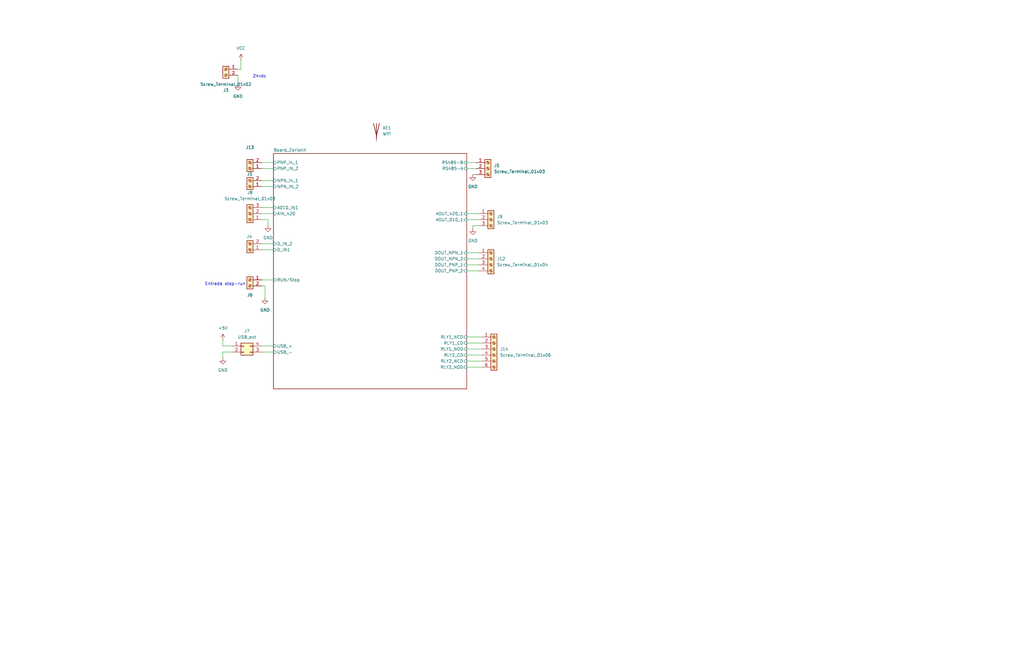
<source format=kicad_sch>
(kicad_sch
	(version 20250114)
	(generator "eeschema")
	(generator_version "9.0")
	(uuid "ae5c9891-8291-492e-8a61-8ac340267b67")
	(paper "B")
	(title_block
		(title "ZorionX-Nivara")
		(date "2025-06-13")
		(rev "1")
		(company "Electia_ITLA")
	)
	(lib_symbols
		(symbol "Connector:Screw_Terminal_01x02"
			(pin_names
				(offset 1.016)
				(hide yes)
			)
			(exclude_from_sim no)
			(in_bom yes)
			(on_board yes)
			(property "Reference" "J"
				(at 0 2.54 0)
				(effects
					(font
						(size 1.27 1.27)
					)
				)
			)
			(property "Value" "Screw_Terminal_01x02"
				(at 0 -5.08 0)
				(effects
					(font
						(size 1.27 1.27)
					)
				)
			)
			(property "Footprint" ""
				(at 0 0 0)
				(effects
					(font
						(size 1.27 1.27)
					)
					(hide yes)
				)
			)
			(property "Datasheet" "~"
				(at 0 0 0)
				(effects
					(font
						(size 1.27 1.27)
					)
					(hide yes)
				)
			)
			(property "Description" "Generic screw terminal, single row, 01x02, script generated (kicad-library-utils/schlib/autogen/connector/)"
				(at 0 0 0)
				(effects
					(font
						(size 1.27 1.27)
					)
					(hide yes)
				)
			)
			(property "ki_keywords" "screw terminal"
				(at 0 0 0)
				(effects
					(font
						(size 1.27 1.27)
					)
					(hide yes)
				)
			)
			(property "ki_fp_filters" "TerminalBlock*:*"
				(at 0 0 0)
				(effects
					(font
						(size 1.27 1.27)
					)
					(hide yes)
				)
			)
			(symbol "Screw_Terminal_01x02_1_1"
				(rectangle
					(start -1.27 1.27)
					(end 1.27 -3.81)
					(stroke
						(width 0.254)
						(type default)
					)
					(fill
						(type background)
					)
				)
				(polyline
					(pts
						(xy -0.5334 0.3302) (xy 0.3302 -0.508)
					)
					(stroke
						(width 0.1524)
						(type default)
					)
					(fill
						(type none)
					)
				)
				(polyline
					(pts
						(xy -0.5334 -2.2098) (xy 0.3302 -3.048)
					)
					(stroke
						(width 0.1524)
						(type default)
					)
					(fill
						(type none)
					)
				)
				(polyline
					(pts
						(xy -0.3556 0.508) (xy 0.508 -0.3302)
					)
					(stroke
						(width 0.1524)
						(type default)
					)
					(fill
						(type none)
					)
				)
				(polyline
					(pts
						(xy -0.3556 -2.032) (xy 0.508 -2.8702)
					)
					(stroke
						(width 0.1524)
						(type default)
					)
					(fill
						(type none)
					)
				)
				(circle
					(center 0 0)
					(radius 0.635)
					(stroke
						(width 0.1524)
						(type default)
					)
					(fill
						(type none)
					)
				)
				(circle
					(center 0 -2.54)
					(radius 0.635)
					(stroke
						(width 0.1524)
						(type default)
					)
					(fill
						(type none)
					)
				)
				(pin passive line
					(at -5.08 0 0)
					(length 3.81)
					(name "Pin_1"
						(effects
							(font
								(size 1.27 1.27)
							)
						)
					)
					(number "1"
						(effects
							(font
								(size 1.27 1.27)
							)
						)
					)
				)
				(pin passive line
					(at -5.08 -2.54 0)
					(length 3.81)
					(name "Pin_2"
						(effects
							(font
								(size 1.27 1.27)
							)
						)
					)
					(number "2"
						(effects
							(font
								(size 1.27 1.27)
							)
						)
					)
				)
			)
			(embedded_fonts no)
		)
		(symbol "Connector:Screw_Terminal_01x03"
			(pin_names
				(offset 1.016)
				(hide yes)
			)
			(exclude_from_sim no)
			(in_bom yes)
			(on_board yes)
			(property "Reference" "J"
				(at 0 5.08 0)
				(effects
					(font
						(size 1.27 1.27)
					)
				)
			)
			(property "Value" "Screw_Terminal_01x03"
				(at 0 -5.08 0)
				(effects
					(font
						(size 1.27 1.27)
					)
				)
			)
			(property "Footprint" ""
				(at 0 0 0)
				(effects
					(font
						(size 1.27 1.27)
					)
					(hide yes)
				)
			)
			(property "Datasheet" "~"
				(at 0 0 0)
				(effects
					(font
						(size 1.27 1.27)
					)
					(hide yes)
				)
			)
			(property "Description" "Generic screw terminal, single row, 01x03, script generated (kicad-library-utils/schlib/autogen/connector/)"
				(at 0 0 0)
				(effects
					(font
						(size 1.27 1.27)
					)
					(hide yes)
				)
			)
			(property "ki_keywords" "screw terminal"
				(at 0 0 0)
				(effects
					(font
						(size 1.27 1.27)
					)
					(hide yes)
				)
			)
			(property "ki_fp_filters" "TerminalBlock*:*"
				(at 0 0 0)
				(effects
					(font
						(size 1.27 1.27)
					)
					(hide yes)
				)
			)
			(symbol "Screw_Terminal_01x03_1_1"
				(rectangle
					(start -1.27 3.81)
					(end 1.27 -3.81)
					(stroke
						(width 0.254)
						(type default)
					)
					(fill
						(type background)
					)
				)
				(polyline
					(pts
						(xy -0.5334 2.8702) (xy 0.3302 2.032)
					)
					(stroke
						(width 0.1524)
						(type default)
					)
					(fill
						(type none)
					)
				)
				(polyline
					(pts
						(xy -0.5334 0.3302) (xy 0.3302 -0.508)
					)
					(stroke
						(width 0.1524)
						(type default)
					)
					(fill
						(type none)
					)
				)
				(polyline
					(pts
						(xy -0.5334 -2.2098) (xy 0.3302 -3.048)
					)
					(stroke
						(width 0.1524)
						(type default)
					)
					(fill
						(type none)
					)
				)
				(polyline
					(pts
						(xy -0.3556 3.048) (xy 0.508 2.2098)
					)
					(stroke
						(width 0.1524)
						(type default)
					)
					(fill
						(type none)
					)
				)
				(polyline
					(pts
						(xy -0.3556 0.508) (xy 0.508 -0.3302)
					)
					(stroke
						(width 0.1524)
						(type default)
					)
					(fill
						(type none)
					)
				)
				(polyline
					(pts
						(xy -0.3556 -2.032) (xy 0.508 -2.8702)
					)
					(stroke
						(width 0.1524)
						(type default)
					)
					(fill
						(type none)
					)
				)
				(circle
					(center 0 2.54)
					(radius 0.635)
					(stroke
						(width 0.1524)
						(type default)
					)
					(fill
						(type none)
					)
				)
				(circle
					(center 0 0)
					(radius 0.635)
					(stroke
						(width 0.1524)
						(type default)
					)
					(fill
						(type none)
					)
				)
				(circle
					(center 0 -2.54)
					(radius 0.635)
					(stroke
						(width 0.1524)
						(type default)
					)
					(fill
						(type none)
					)
				)
				(pin passive line
					(at -5.08 2.54 0)
					(length 3.81)
					(name "Pin_1"
						(effects
							(font
								(size 1.27 1.27)
							)
						)
					)
					(number "1"
						(effects
							(font
								(size 1.27 1.27)
							)
						)
					)
				)
				(pin passive line
					(at -5.08 0 0)
					(length 3.81)
					(name "Pin_2"
						(effects
							(font
								(size 1.27 1.27)
							)
						)
					)
					(number "2"
						(effects
							(font
								(size 1.27 1.27)
							)
						)
					)
				)
				(pin passive line
					(at -5.08 -2.54 0)
					(length 3.81)
					(name "Pin_3"
						(effects
							(font
								(size 1.27 1.27)
							)
						)
					)
					(number "3"
						(effects
							(font
								(size 1.27 1.27)
							)
						)
					)
				)
			)
			(embedded_fonts no)
		)
		(symbol "Connector:Screw_Terminal_01x04"
			(pin_names
				(offset 1.016)
				(hide yes)
			)
			(exclude_from_sim no)
			(in_bom yes)
			(on_board yes)
			(property "Reference" "J"
				(at 0 5.08 0)
				(effects
					(font
						(size 1.27 1.27)
					)
				)
			)
			(property "Value" "Screw_Terminal_01x04"
				(at 0 -7.62 0)
				(effects
					(font
						(size 1.27 1.27)
					)
				)
			)
			(property "Footprint" ""
				(at 0 0 0)
				(effects
					(font
						(size 1.27 1.27)
					)
					(hide yes)
				)
			)
			(property "Datasheet" "~"
				(at 0 0 0)
				(effects
					(font
						(size 1.27 1.27)
					)
					(hide yes)
				)
			)
			(property "Description" "Generic screw terminal, single row, 01x04, script generated (kicad-library-utils/schlib/autogen/connector/)"
				(at 0 0 0)
				(effects
					(font
						(size 1.27 1.27)
					)
					(hide yes)
				)
			)
			(property "ki_keywords" "screw terminal"
				(at 0 0 0)
				(effects
					(font
						(size 1.27 1.27)
					)
					(hide yes)
				)
			)
			(property "ki_fp_filters" "TerminalBlock*:*"
				(at 0 0 0)
				(effects
					(font
						(size 1.27 1.27)
					)
					(hide yes)
				)
			)
			(symbol "Screw_Terminal_01x04_1_1"
				(rectangle
					(start -1.27 3.81)
					(end 1.27 -6.35)
					(stroke
						(width 0.254)
						(type default)
					)
					(fill
						(type background)
					)
				)
				(polyline
					(pts
						(xy -0.5334 2.8702) (xy 0.3302 2.032)
					)
					(stroke
						(width 0.1524)
						(type default)
					)
					(fill
						(type none)
					)
				)
				(polyline
					(pts
						(xy -0.5334 0.3302) (xy 0.3302 -0.508)
					)
					(stroke
						(width 0.1524)
						(type default)
					)
					(fill
						(type none)
					)
				)
				(polyline
					(pts
						(xy -0.5334 -2.2098) (xy 0.3302 -3.048)
					)
					(stroke
						(width 0.1524)
						(type default)
					)
					(fill
						(type none)
					)
				)
				(polyline
					(pts
						(xy -0.5334 -4.7498) (xy 0.3302 -5.588)
					)
					(stroke
						(width 0.1524)
						(type default)
					)
					(fill
						(type none)
					)
				)
				(polyline
					(pts
						(xy -0.3556 3.048) (xy 0.508 2.2098)
					)
					(stroke
						(width 0.1524)
						(type default)
					)
					(fill
						(type none)
					)
				)
				(polyline
					(pts
						(xy -0.3556 0.508) (xy 0.508 -0.3302)
					)
					(stroke
						(width 0.1524)
						(type default)
					)
					(fill
						(type none)
					)
				)
				(polyline
					(pts
						(xy -0.3556 -2.032) (xy 0.508 -2.8702)
					)
					(stroke
						(width 0.1524)
						(type default)
					)
					(fill
						(type none)
					)
				)
				(polyline
					(pts
						(xy -0.3556 -4.572) (xy 0.508 -5.4102)
					)
					(stroke
						(width 0.1524)
						(type default)
					)
					(fill
						(type none)
					)
				)
				(circle
					(center 0 2.54)
					(radius 0.635)
					(stroke
						(width 0.1524)
						(type default)
					)
					(fill
						(type none)
					)
				)
				(circle
					(center 0 0)
					(radius 0.635)
					(stroke
						(width 0.1524)
						(type default)
					)
					(fill
						(type none)
					)
				)
				(circle
					(center 0 -2.54)
					(radius 0.635)
					(stroke
						(width 0.1524)
						(type default)
					)
					(fill
						(type none)
					)
				)
				(circle
					(center 0 -5.08)
					(radius 0.635)
					(stroke
						(width 0.1524)
						(type default)
					)
					(fill
						(type none)
					)
				)
				(pin passive line
					(at -5.08 2.54 0)
					(length 3.81)
					(name "Pin_1"
						(effects
							(font
								(size 1.27 1.27)
							)
						)
					)
					(number "1"
						(effects
							(font
								(size 1.27 1.27)
							)
						)
					)
				)
				(pin passive line
					(at -5.08 0 0)
					(length 3.81)
					(name "Pin_2"
						(effects
							(font
								(size 1.27 1.27)
							)
						)
					)
					(number "2"
						(effects
							(font
								(size 1.27 1.27)
							)
						)
					)
				)
				(pin passive line
					(at -5.08 -2.54 0)
					(length 3.81)
					(name "Pin_3"
						(effects
							(font
								(size 1.27 1.27)
							)
						)
					)
					(number "3"
						(effects
							(font
								(size 1.27 1.27)
							)
						)
					)
				)
				(pin passive line
					(at -5.08 -5.08 0)
					(length 3.81)
					(name "Pin_4"
						(effects
							(font
								(size 1.27 1.27)
							)
						)
					)
					(number "4"
						(effects
							(font
								(size 1.27 1.27)
							)
						)
					)
				)
			)
			(embedded_fonts no)
		)
		(symbol "Connector:Screw_Terminal_01x06"
			(pin_names
				(offset 1.016)
				(hide yes)
			)
			(exclude_from_sim no)
			(in_bom yes)
			(on_board yes)
			(property "Reference" "J"
				(at 0 7.62 0)
				(effects
					(font
						(size 1.27 1.27)
					)
				)
			)
			(property "Value" "Screw_Terminal_01x06"
				(at 0 -10.16 0)
				(effects
					(font
						(size 1.27 1.27)
					)
				)
			)
			(property "Footprint" ""
				(at 0 0 0)
				(effects
					(font
						(size 1.27 1.27)
					)
					(hide yes)
				)
			)
			(property "Datasheet" "~"
				(at 0 0 0)
				(effects
					(font
						(size 1.27 1.27)
					)
					(hide yes)
				)
			)
			(property "Description" "Generic screw terminal, single row, 01x06, script generated (kicad-library-utils/schlib/autogen/connector/)"
				(at 0 0 0)
				(effects
					(font
						(size 1.27 1.27)
					)
					(hide yes)
				)
			)
			(property "ki_keywords" "screw terminal"
				(at 0 0 0)
				(effects
					(font
						(size 1.27 1.27)
					)
					(hide yes)
				)
			)
			(property "ki_fp_filters" "TerminalBlock*:*"
				(at 0 0 0)
				(effects
					(font
						(size 1.27 1.27)
					)
					(hide yes)
				)
			)
			(symbol "Screw_Terminal_01x06_1_1"
				(rectangle
					(start -1.27 6.35)
					(end 1.27 -8.89)
					(stroke
						(width 0.254)
						(type default)
					)
					(fill
						(type background)
					)
				)
				(polyline
					(pts
						(xy -0.5334 5.4102) (xy 0.3302 4.572)
					)
					(stroke
						(width 0.1524)
						(type default)
					)
					(fill
						(type none)
					)
				)
				(polyline
					(pts
						(xy -0.5334 2.8702) (xy 0.3302 2.032)
					)
					(stroke
						(width 0.1524)
						(type default)
					)
					(fill
						(type none)
					)
				)
				(polyline
					(pts
						(xy -0.5334 0.3302) (xy 0.3302 -0.508)
					)
					(stroke
						(width 0.1524)
						(type default)
					)
					(fill
						(type none)
					)
				)
				(polyline
					(pts
						(xy -0.5334 -2.2098) (xy 0.3302 -3.048)
					)
					(stroke
						(width 0.1524)
						(type default)
					)
					(fill
						(type none)
					)
				)
				(polyline
					(pts
						(xy -0.5334 -4.7498) (xy 0.3302 -5.588)
					)
					(stroke
						(width 0.1524)
						(type default)
					)
					(fill
						(type none)
					)
				)
				(polyline
					(pts
						(xy -0.5334 -7.2898) (xy 0.3302 -8.128)
					)
					(stroke
						(width 0.1524)
						(type default)
					)
					(fill
						(type none)
					)
				)
				(polyline
					(pts
						(xy -0.3556 5.588) (xy 0.508 4.7498)
					)
					(stroke
						(width 0.1524)
						(type default)
					)
					(fill
						(type none)
					)
				)
				(polyline
					(pts
						(xy -0.3556 3.048) (xy 0.508 2.2098)
					)
					(stroke
						(width 0.1524)
						(type default)
					)
					(fill
						(type none)
					)
				)
				(polyline
					(pts
						(xy -0.3556 0.508) (xy 0.508 -0.3302)
					)
					(stroke
						(width 0.1524)
						(type default)
					)
					(fill
						(type none)
					)
				)
				(polyline
					(pts
						(xy -0.3556 -2.032) (xy 0.508 -2.8702)
					)
					(stroke
						(width 0.1524)
						(type default)
					)
					(fill
						(type none)
					)
				)
				(polyline
					(pts
						(xy -0.3556 -4.572) (xy 0.508 -5.4102)
					)
					(stroke
						(width 0.1524)
						(type default)
					)
					(fill
						(type none)
					)
				)
				(polyline
					(pts
						(xy -0.3556 -7.112) (xy 0.508 -7.9502)
					)
					(stroke
						(width 0.1524)
						(type default)
					)
					(fill
						(type none)
					)
				)
				(circle
					(center 0 5.08)
					(radius 0.635)
					(stroke
						(width 0.1524)
						(type default)
					)
					(fill
						(type none)
					)
				)
				(circle
					(center 0 2.54)
					(radius 0.635)
					(stroke
						(width 0.1524)
						(type default)
					)
					(fill
						(type none)
					)
				)
				(circle
					(center 0 0)
					(radius 0.635)
					(stroke
						(width 0.1524)
						(type default)
					)
					(fill
						(type none)
					)
				)
				(circle
					(center 0 -2.54)
					(radius 0.635)
					(stroke
						(width 0.1524)
						(type default)
					)
					(fill
						(type none)
					)
				)
				(circle
					(center 0 -5.08)
					(radius 0.635)
					(stroke
						(width 0.1524)
						(type default)
					)
					(fill
						(type none)
					)
				)
				(circle
					(center 0 -7.62)
					(radius 0.635)
					(stroke
						(width 0.1524)
						(type default)
					)
					(fill
						(type none)
					)
				)
				(pin passive line
					(at -5.08 5.08 0)
					(length 3.81)
					(name "Pin_1"
						(effects
							(font
								(size 1.27 1.27)
							)
						)
					)
					(number "1"
						(effects
							(font
								(size 1.27 1.27)
							)
						)
					)
				)
				(pin passive line
					(at -5.08 2.54 0)
					(length 3.81)
					(name "Pin_2"
						(effects
							(font
								(size 1.27 1.27)
							)
						)
					)
					(number "2"
						(effects
							(font
								(size 1.27 1.27)
							)
						)
					)
				)
				(pin passive line
					(at -5.08 0 0)
					(length 3.81)
					(name "Pin_3"
						(effects
							(font
								(size 1.27 1.27)
							)
						)
					)
					(number "3"
						(effects
							(font
								(size 1.27 1.27)
							)
						)
					)
				)
				(pin passive line
					(at -5.08 -2.54 0)
					(length 3.81)
					(name "Pin_4"
						(effects
							(font
								(size 1.27 1.27)
							)
						)
					)
					(number "4"
						(effects
							(font
								(size 1.27 1.27)
							)
						)
					)
				)
				(pin passive line
					(at -5.08 -5.08 0)
					(length 3.81)
					(name "Pin_5"
						(effects
							(font
								(size 1.27 1.27)
							)
						)
					)
					(number "5"
						(effects
							(font
								(size 1.27 1.27)
							)
						)
					)
				)
				(pin passive line
					(at -5.08 -7.62 0)
					(length 3.81)
					(name "Pin_6"
						(effects
							(font
								(size 1.27 1.27)
							)
						)
					)
					(number "6"
						(effects
							(font
								(size 1.27 1.27)
							)
						)
					)
				)
			)
			(embedded_fonts no)
		)
		(symbol "Connector_Generic:Conn_02x02_Counter_Clockwise"
			(pin_names
				(offset 1.016)
				(hide yes)
			)
			(exclude_from_sim no)
			(in_bom yes)
			(on_board yes)
			(property "Reference" "J"
				(at 1.27 2.54 0)
				(effects
					(font
						(size 1.27 1.27)
					)
				)
			)
			(property "Value" "Conn_02x02_Counter_Clockwise"
				(at 1.27 -5.08 0)
				(effects
					(font
						(size 1.27 1.27)
					)
				)
			)
			(property "Footprint" ""
				(at 0 0 0)
				(effects
					(font
						(size 1.27 1.27)
					)
					(hide yes)
				)
			)
			(property "Datasheet" "~"
				(at 0 0 0)
				(effects
					(font
						(size 1.27 1.27)
					)
					(hide yes)
				)
			)
			(property "Description" "Generic connector, double row, 02x02, counter clockwise pin numbering scheme (similar to DIP package numbering), script generated (kicad-library-utils/schlib/autogen/connector/)"
				(at 0 0 0)
				(effects
					(font
						(size 1.27 1.27)
					)
					(hide yes)
				)
			)
			(property "ki_keywords" "connector"
				(at 0 0 0)
				(effects
					(font
						(size 1.27 1.27)
					)
					(hide yes)
				)
			)
			(property "ki_fp_filters" "Connector*:*_2x??_*"
				(at 0 0 0)
				(effects
					(font
						(size 1.27 1.27)
					)
					(hide yes)
				)
			)
			(symbol "Conn_02x02_Counter_Clockwise_1_1"
				(rectangle
					(start -1.27 1.27)
					(end 3.81 -3.81)
					(stroke
						(width 0.254)
						(type default)
					)
					(fill
						(type background)
					)
				)
				(rectangle
					(start -1.27 0.127)
					(end 0 -0.127)
					(stroke
						(width 0.1524)
						(type default)
					)
					(fill
						(type none)
					)
				)
				(rectangle
					(start -1.27 -2.413)
					(end 0 -2.667)
					(stroke
						(width 0.1524)
						(type default)
					)
					(fill
						(type none)
					)
				)
				(rectangle
					(start 3.81 0.127)
					(end 2.54 -0.127)
					(stroke
						(width 0.1524)
						(type default)
					)
					(fill
						(type none)
					)
				)
				(rectangle
					(start 3.81 -2.413)
					(end 2.54 -2.667)
					(stroke
						(width 0.1524)
						(type default)
					)
					(fill
						(type none)
					)
				)
				(pin passive line
					(at -5.08 0 0)
					(length 3.81)
					(name "Pin_1"
						(effects
							(font
								(size 1.27 1.27)
							)
						)
					)
					(number "1"
						(effects
							(font
								(size 1.27 1.27)
							)
						)
					)
				)
				(pin passive line
					(at -5.08 -2.54 0)
					(length 3.81)
					(name "Pin_2"
						(effects
							(font
								(size 1.27 1.27)
							)
						)
					)
					(number "2"
						(effects
							(font
								(size 1.27 1.27)
							)
						)
					)
				)
				(pin passive line
					(at 7.62 0 180)
					(length 3.81)
					(name "Pin_4"
						(effects
							(font
								(size 1.27 1.27)
							)
						)
					)
					(number "4"
						(effects
							(font
								(size 1.27 1.27)
							)
						)
					)
				)
				(pin passive line
					(at 7.62 -2.54 180)
					(length 3.81)
					(name "Pin_3"
						(effects
							(font
								(size 1.27 1.27)
							)
						)
					)
					(number "3"
						(effects
							(font
								(size 1.27 1.27)
							)
						)
					)
				)
			)
			(embedded_fonts no)
		)
		(symbol "Device:Antenna"
			(pin_numbers
				(hide yes)
			)
			(pin_names
				(offset 1.016)
				(hide yes)
			)
			(exclude_from_sim no)
			(in_bom yes)
			(on_board yes)
			(property "Reference" "AE"
				(at -1.905 1.905 0)
				(effects
					(font
						(size 1.27 1.27)
					)
					(justify right)
				)
			)
			(property "Value" "Antenna"
				(at -1.905 0 0)
				(effects
					(font
						(size 1.27 1.27)
					)
					(justify right)
				)
			)
			(property "Footprint" ""
				(at 0 0 0)
				(effects
					(font
						(size 1.27 1.27)
					)
					(hide yes)
				)
			)
			(property "Datasheet" "~"
				(at 0 0 0)
				(effects
					(font
						(size 1.27 1.27)
					)
					(hide yes)
				)
			)
			(property "Description" "Antenna"
				(at 0 0 0)
				(effects
					(font
						(size 1.27 1.27)
					)
					(hide yes)
				)
			)
			(property "ki_keywords" "antenna"
				(at 0 0 0)
				(effects
					(font
						(size 1.27 1.27)
					)
					(hide yes)
				)
			)
			(symbol "Antenna_0_1"
				(polyline
					(pts
						(xy 0 2.54) (xy 0 -3.81)
					)
					(stroke
						(width 0.254)
						(type default)
					)
					(fill
						(type none)
					)
				)
				(polyline
					(pts
						(xy 1.27 2.54) (xy 0 -2.54) (xy -1.27 2.54)
					)
					(stroke
						(width 0.254)
						(type default)
					)
					(fill
						(type none)
					)
				)
			)
			(symbol "Antenna_1_1"
				(pin input line
					(at 0 -5.08 90)
					(length 2.54)
					(name "A"
						(effects
							(font
								(size 1.27 1.27)
							)
						)
					)
					(number "1"
						(effects
							(font
								(size 1.27 1.27)
							)
						)
					)
				)
			)
			(embedded_fonts no)
		)
		(symbol "EasyEDA:GND"
			(power)
			(pin_numbers
				(hide yes)
			)
			(pin_names
				(offset 0)
				(hide yes)
			)
			(exclude_from_sim no)
			(in_bom yes)
			(on_board yes)
			(property "Reference" "#PWR"
				(at 0 -6.35 0)
				(effects
					(font
						(size 1.27 1.27)
					)
					(hide yes)
				)
			)
			(property "Value" "GND"
				(at 0 -3.81 0)
				(effects
					(font
						(size 1.27 1.27)
					)
				)
			)
			(property "Footprint" ""
				(at 0 0 0)
				(effects
					(font
						(size 1.27 1.27)
					)
					(hide yes)
				)
			)
			(property "Datasheet" ""
				(at 0 0 0)
				(effects
					(font
						(size 1.27 1.27)
					)
					(hide yes)
				)
			)
			(property "Description" "Power symbol creates a global label with name \"GND\" , ground"
				(at 0 0 0)
				(effects
					(font
						(size 1.27 1.27)
					)
					(hide yes)
				)
			)
			(property "ki_keywords" "global power"
				(at 0 0 0)
				(effects
					(font
						(size 1.27 1.27)
					)
					(hide yes)
				)
			)
			(symbol "GND_0_1"
				(polyline
					(pts
						(xy 0 0) (xy 0 -1.27) (xy 1.27 -1.27) (xy 0 -2.54) (xy -1.27 -1.27) (xy 0 -1.27)
					)
					(stroke
						(width 0)
						(type default)
					)
					(fill
						(type none)
					)
				)
			)
			(symbol "GND_1_1"
				(pin power_in line
					(at 0 0 270)
					(length 0)
					(name "~"
						(effects
							(font
								(size 1.27 1.27)
							)
						)
					)
					(number "1"
						(effects
							(font
								(size 1.27 1.27)
							)
						)
					)
				)
			)
			(embedded_fonts no)
		)
		(symbol "power:+5V"
			(power)
			(pin_numbers
				(hide yes)
			)
			(pin_names
				(offset 0)
				(hide yes)
			)
			(exclude_from_sim no)
			(in_bom yes)
			(on_board yes)
			(property "Reference" "#PWR"
				(at 0 -3.81 0)
				(effects
					(font
						(size 1.27 1.27)
					)
					(hide yes)
				)
			)
			(property "Value" "+5V"
				(at 0 3.556 0)
				(effects
					(font
						(size 1.27 1.27)
					)
				)
			)
			(property "Footprint" ""
				(at 0 0 0)
				(effects
					(font
						(size 1.27 1.27)
					)
					(hide yes)
				)
			)
			(property "Datasheet" ""
				(at 0 0 0)
				(effects
					(font
						(size 1.27 1.27)
					)
					(hide yes)
				)
			)
			(property "Description" "Power symbol creates a global label with name \"+5V\""
				(at 0 0 0)
				(effects
					(font
						(size 1.27 1.27)
					)
					(hide yes)
				)
			)
			(property "ki_keywords" "global power"
				(at 0 0 0)
				(effects
					(font
						(size 1.27 1.27)
					)
					(hide yes)
				)
			)
			(symbol "+5V_0_1"
				(polyline
					(pts
						(xy -0.762 1.27) (xy 0 2.54)
					)
					(stroke
						(width 0)
						(type default)
					)
					(fill
						(type none)
					)
				)
				(polyline
					(pts
						(xy 0 2.54) (xy 0.762 1.27)
					)
					(stroke
						(width 0)
						(type default)
					)
					(fill
						(type none)
					)
				)
				(polyline
					(pts
						(xy 0 0) (xy 0 2.54)
					)
					(stroke
						(width 0)
						(type default)
					)
					(fill
						(type none)
					)
				)
			)
			(symbol "+5V_1_1"
				(pin power_in line
					(at 0 0 90)
					(length 0)
					(name "~"
						(effects
							(font
								(size 1.27 1.27)
							)
						)
					)
					(number "1"
						(effects
							(font
								(size 1.27 1.27)
							)
						)
					)
				)
			)
			(embedded_fonts no)
		)
		(symbol "power:GND"
			(power)
			(pin_numbers
				(hide yes)
			)
			(pin_names
				(offset 0)
				(hide yes)
			)
			(exclude_from_sim no)
			(in_bom yes)
			(on_board yes)
			(property "Reference" "#PWR"
				(at 0 -6.35 0)
				(effects
					(font
						(size 1.27 1.27)
					)
					(hide yes)
				)
			)
			(property "Value" "GND"
				(at 0 -3.81 0)
				(effects
					(font
						(size 1.27 1.27)
					)
				)
			)
			(property "Footprint" ""
				(at 0 0 0)
				(effects
					(font
						(size 1.27 1.27)
					)
					(hide yes)
				)
			)
			(property "Datasheet" ""
				(at 0 0 0)
				(effects
					(font
						(size 1.27 1.27)
					)
					(hide yes)
				)
			)
			(property "Description" "Power symbol creates a global label with name \"GND\" , ground"
				(at 0 0 0)
				(effects
					(font
						(size 1.27 1.27)
					)
					(hide yes)
				)
			)
			(property "ki_keywords" "global power"
				(at 0 0 0)
				(effects
					(font
						(size 1.27 1.27)
					)
					(hide yes)
				)
			)
			(symbol "GND_0_1"
				(polyline
					(pts
						(xy 0 0) (xy 0 -1.27) (xy 1.27 -1.27) (xy 0 -2.54) (xy -1.27 -1.27) (xy 0 -1.27)
					)
					(stroke
						(width 0)
						(type default)
					)
					(fill
						(type none)
					)
				)
			)
			(symbol "GND_1_1"
				(pin power_in line
					(at 0 0 270)
					(length 0)
					(name "~"
						(effects
							(font
								(size 1.27 1.27)
							)
						)
					)
					(number "1"
						(effects
							(font
								(size 1.27 1.27)
							)
						)
					)
				)
			)
			(embedded_fonts no)
		)
		(symbol "power:VCC"
			(power)
			(pin_numbers
				(hide yes)
			)
			(pin_names
				(offset 0)
				(hide yes)
			)
			(exclude_from_sim no)
			(in_bom yes)
			(on_board yes)
			(property "Reference" "#PWR"
				(at 0 -3.81 0)
				(effects
					(font
						(size 1.27 1.27)
					)
					(hide yes)
				)
			)
			(property "Value" "VCC"
				(at 0 3.556 0)
				(effects
					(font
						(size 1.27 1.27)
					)
				)
			)
			(property "Footprint" ""
				(at 0 0 0)
				(effects
					(font
						(size 1.27 1.27)
					)
					(hide yes)
				)
			)
			(property "Datasheet" ""
				(at 0 0 0)
				(effects
					(font
						(size 1.27 1.27)
					)
					(hide yes)
				)
			)
			(property "Description" "Power symbol creates a global label with name \"VCC\""
				(at 0 0 0)
				(effects
					(font
						(size 1.27 1.27)
					)
					(hide yes)
				)
			)
			(property "ki_keywords" "global power"
				(at 0 0 0)
				(effects
					(font
						(size 1.27 1.27)
					)
					(hide yes)
				)
			)
			(symbol "VCC_0_1"
				(polyline
					(pts
						(xy -0.762 1.27) (xy 0 2.54)
					)
					(stroke
						(width 0)
						(type default)
					)
					(fill
						(type none)
					)
				)
				(polyline
					(pts
						(xy 0 2.54) (xy 0.762 1.27)
					)
					(stroke
						(width 0)
						(type default)
					)
					(fill
						(type none)
					)
				)
				(polyline
					(pts
						(xy 0 0) (xy 0 2.54)
					)
					(stroke
						(width 0)
						(type default)
					)
					(fill
						(type none)
					)
				)
			)
			(symbol "VCC_1_1"
				(pin power_in line
					(at 0 0 90)
					(length 0)
					(name "~"
						(effects
							(font
								(size 1.27 1.27)
							)
						)
					)
					(number "1"
						(effects
							(font
								(size 1.27 1.27)
							)
						)
					)
				)
			)
			(embedded_fonts no)
		)
	)
	(text "24vdc\n"
		(exclude_from_sim no)
		(at 109.474 32.258 0)
		(effects
			(font
				(size 1.27 1.27)
			)
		)
		(uuid "2088c1ae-8c4d-4ba6-933b-36c6e19217b7")
	)
	(text "Entrada stop-run\n"
		(exclude_from_sim no)
		(at 94.996 119.888 0)
		(effects
			(font
				(size 1.27 1.27)
			)
		)
		(uuid "5ab52a43-346e-40de-901a-a8b5311e195f")
	)
	(wire
		(pts
			(xy 93.98 143.51) (xy 93.98 146.05)
		)
		(stroke
			(width 0)
			(type default)
		)
		(uuid "00de0bed-bdbb-45bc-9dc0-275518abbb40")
	)
	(wire
		(pts
			(xy 196.85 90.17) (xy 201.93 90.17)
		)
		(stroke
			(width 0)
			(type default)
		)
		(uuid "01bf0913-4a71-4e2f-beea-8391bf618c39")
	)
	(wire
		(pts
			(xy 110.49 90.17) (xy 115.316 90.17)
		)
		(stroke
			(width 0)
			(type default)
		)
		(uuid "032b4360-e8aa-40d0-be9b-aad4bdb48f11")
	)
	(wire
		(pts
			(xy 101.6 29.21) (xy 101.6 25.4)
		)
		(stroke
			(width 0)
			(type default)
		)
		(uuid "13d58855-8267-4cc6-8a15-c2a189bc38ac")
	)
	(wire
		(pts
			(xy 196.85 144.78) (xy 203.2 144.78)
		)
		(stroke
			(width 0)
			(type default)
		)
		(uuid "1ececeb9-24a4-4256-8e43-464ed05e626a")
	)
	(wire
		(pts
			(xy 111.76 125.73) (xy 111.76 120.65)
		)
		(stroke
			(width 0)
			(type default)
		)
		(uuid "2337a1c1-da75-4fe5-903c-fb4be7340cb2")
	)
	(wire
		(pts
			(xy 113.03 92.71) (xy 110.49 92.71)
		)
		(stroke
			(width 0)
			(type default)
		)
		(uuid "2ac453a7-e00e-43d8-9c3e-764f962a653c")
	)
	(wire
		(pts
			(xy 199.39 95.25) (xy 199.39 96.52)
		)
		(stroke
			(width 0)
			(type default)
		)
		(uuid "2c4a722b-34b8-4209-9ad4-a69fac0e3b90")
	)
	(wire
		(pts
			(xy 110.49 105.41) (xy 115.316 105.41)
		)
		(stroke
			(width 0)
			(type default)
		)
		(uuid "34d4a46e-9dae-42ce-8f20-7d8a444ade42")
	)
	(wire
		(pts
			(xy 196.85 149.86) (xy 203.2 149.86)
		)
		(stroke
			(width 0)
			(type default)
		)
		(uuid "38a4c630-af97-41d4-858a-b45af59af1b3")
	)
	(wire
		(pts
			(xy 93.98 151.13) (xy 93.98 148.59)
		)
		(stroke
			(width 0)
			(type default)
		)
		(uuid "3c3f062e-420f-442a-9bed-f6fe67fc5adf")
	)
	(wire
		(pts
			(xy 111.76 120.65) (xy 110.49 120.65)
		)
		(stroke
			(width 0)
			(type default)
		)
		(uuid "3f587437-ba57-48ab-b45e-53bc416ac7db")
	)
	(wire
		(pts
			(xy 110.49 148.59) (xy 115.316 148.59)
		)
		(stroke
			(width 0)
			(type default)
		)
		(uuid "45f9a1c4-13cb-41b0-908d-e243199b6567")
	)
	(wire
		(pts
			(xy 196.85 142.24) (xy 203.2 142.24)
		)
		(stroke
			(width 0)
			(type default)
		)
		(uuid "4e278f62-8fa5-49cb-86b5-319f0c20df80")
	)
	(wire
		(pts
			(xy 110.49 102.87) (xy 115.316 102.87)
		)
		(stroke
			(width 0)
			(type default)
		)
		(uuid "54026c87-60e4-4000-a3b9-7e4b915dbead")
	)
	(wire
		(pts
			(xy 196.85 152.4) (xy 203.2 152.4)
		)
		(stroke
			(width 0)
			(type default)
		)
		(uuid "559c4693-00f4-47f7-855e-7771fab2bac4")
	)
	(wire
		(pts
			(xy 196.85 109.22) (xy 201.93 109.22)
		)
		(stroke
			(width 0)
			(type default)
		)
		(uuid "563d4a0e-bbc8-4668-ae81-810be871abd3")
	)
	(wire
		(pts
			(xy 110.49 118.11) (xy 115.316 118.11)
		)
		(stroke
			(width 0)
			(type default)
		)
		(uuid "5dbb0bd6-eb0d-465c-94ed-46a11b70a987")
	)
	(wire
		(pts
			(xy 196.85 106.68) (xy 201.93 106.68)
		)
		(stroke
			(width 0)
			(type default)
		)
		(uuid "66edd36b-1a8b-45b0-8f56-5ca239afa63a")
	)
	(wire
		(pts
			(xy 100.33 31.75) (xy 100.33 35.56)
		)
		(stroke
			(width 0)
			(type default)
		)
		(uuid "7ba398c3-8d86-4c04-8a48-79d334d1a9dc")
	)
	(wire
		(pts
			(xy 113.03 92.71) (xy 113.03 95.25)
		)
		(stroke
			(width 0)
			(type default)
		)
		(uuid "7c5c9068-c92f-4573-b4a1-e718b75e4f51")
	)
	(wire
		(pts
			(xy 196.85 68.58) (xy 200.66 68.58)
		)
		(stroke
			(width 0)
			(type default)
		)
		(uuid "7f96568e-b073-41bd-bc85-75f50a75bfd1")
	)
	(wire
		(pts
			(xy 196.85 71.12) (xy 200.66 71.12)
		)
		(stroke
			(width 0)
			(type default)
		)
		(uuid "81491998-ce41-4a4e-bef7-c1f83bc147d5")
	)
	(wire
		(pts
			(xy 110.49 76.2) (xy 115.316 76.2)
		)
		(stroke
			(width 0)
			(type default)
		)
		(uuid "83ccdcb5-1e40-469f-a684-3188c1c76fbc")
	)
	(wire
		(pts
			(xy 110.49 78.74) (xy 115.316 78.74)
		)
		(stroke
			(width 0)
			(type default)
		)
		(uuid "84a1e679-64d2-4e29-a1ff-e0ceadd143a7")
	)
	(wire
		(pts
			(xy 93.98 146.05) (xy 97.79 146.05)
		)
		(stroke
			(width 0)
			(type default)
		)
		(uuid "87c466ae-9dd8-4fe2-8adc-04e465d3451f")
	)
	(wire
		(pts
			(xy 93.98 148.59) (xy 97.79 148.59)
		)
		(stroke
			(width 0)
			(type default)
		)
		(uuid "9ebcd203-4ba0-485b-a292-fd12fad7d56b")
	)
	(wire
		(pts
			(xy 196.85 92.71) (xy 201.93 92.71)
		)
		(stroke
			(width 0)
			(type default)
		)
		(uuid "9f7eaed4-2b87-4459-992d-e274932424c1")
	)
	(wire
		(pts
			(xy 196.85 147.32) (xy 203.2 147.32)
		)
		(stroke
			(width 0)
			(type default)
		)
		(uuid "a6d4fcda-9e9d-4499-ac40-9bb5bd757e3e")
	)
	(wire
		(pts
			(xy 196.85 114.3) (xy 201.93 114.3)
		)
		(stroke
			(width 0)
			(type default)
		)
		(uuid "a8312f46-993b-42a4-95ff-e3387268fc20")
	)
	(wire
		(pts
			(xy 110.49 71.12) (xy 115.316 71.12)
		)
		(stroke
			(width 0)
			(type default)
		)
		(uuid "a95f1765-eb62-4c92-a390-7478b6853ab3")
	)
	(wire
		(pts
			(xy 196.85 154.94) (xy 203.2 154.94)
		)
		(stroke
			(width 0)
			(type default)
		)
		(uuid "b2f09053-a2cb-4a9b-9164-23db07fc24b1")
	)
	(wire
		(pts
			(xy 201.93 95.25) (xy 199.39 95.25)
		)
		(stroke
			(width 0)
			(type default)
		)
		(uuid "c0c51967-95fe-43bb-8e59-b18b0404820a")
	)
	(wire
		(pts
			(xy 100.33 29.21) (xy 101.6 29.21)
		)
		(stroke
			(width 0)
			(type default)
		)
		(uuid "c8a3293b-3270-40c9-a8c4-f253c258639b")
	)
	(wire
		(pts
			(xy 196.85 111.76) (xy 201.93 111.76)
		)
		(stroke
			(width 0)
			(type default)
		)
		(uuid "d3e55efa-a2d1-483d-8e1a-8505b92fa71e")
	)
	(wire
		(pts
			(xy 110.49 146.05) (xy 115.316 146.05)
		)
		(stroke
			(width 0)
			(type default)
		)
		(uuid "e2e305a9-41b5-44ff-a3f3-2d0205801cfb")
	)
	(wire
		(pts
			(xy 110.49 87.63) (xy 115.316 87.63)
		)
		(stroke
			(width 0)
			(type default)
		)
		(uuid "f459c9ec-d2b2-4e2f-be03-6e1337b98f13")
	)
	(wire
		(pts
			(xy 199.39 73.66) (xy 200.66 73.66)
		)
		(stroke
			(width 0)
			(type default)
		)
		(uuid "f8bb8b91-7366-4b69-bef2-558c137eda1e")
	)
	(wire
		(pts
			(xy 110.49 68.58) (xy 115.316 68.58)
		)
		(stroke
			(width 0)
			(type default)
		)
		(uuid "fd6573ec-2d1a-48af-9973-f6ee79567195")
	)
	(symbol
		(lib_id "power:VCC")
		(at 101.6 25.4 0)
		(unit 1)
		(exclude_from_sim no)
		(in_bom yes)
		(on_board yes)
		(dnp no)
		(fields_autoplaced yes)
		(uuid "0253e84d-3c19-4f54-9e29-0bfb7572fc25")
		(property "Reference" "#PWR02"
			(at 101.6 29.21 0)
			(effects
				(font
					(size 1.27 1.27)
				)
				(hide yes)
			)
		)
		(property "Value" "VCC"
			(at 101.6 20.32 0)
			(effects
				(font
					(size 1.27 1.27)
				)
			)
		)
		(property "Footprint" ""
			(at 101.6 25.4 0)
			(effects
				(font
					(size 1.27 1.27)
				)
				(hide yes)
			)
		)
		(property "Datasheet" ""
			(at 101.6 25.4 0)
			(effects
				(font
					(size 1.27 1.27)
				)
				(hide yes)
			)
		)
		(property "Description" "Power symbol creates a global label with name \"VCC\""
			(at 101.6 25.4 0)
			(effects
				(font
					(size 1.27 1.27)
				)
				(hide yes)
			)
		)
		(pin "1"
			(uuid "4a65ce84-0a77-4dc9-a398-bbecd504452b")
		)
		(instances
			(project "ZorionX-Nivara"
				(path "/ae5c9891-8291-492e-8a61-8ac340267b67"
					(reference "#PWR02")
					(unit 1)
				)
			)
		)
	)
	(symbol
		(lib_id "Connector:Screw_Terminal_01x02")
		(at 105.41 105.41 180)
		(unit 1)
		(exclude_from_sim no)
		(in_bom yes)
		(on_board yes)
		(dnp no)
		(uuid "0d2f2358-1545-4c94-ab00-3df032b288ba")
		(property "Reference" "J4"
			(at 105.156 99.822 0)
			(effects
				(font
					(size 1.27 1.27)
				)
			)
		)
		(property "Value" "Screw_Terminal_01x02"
			(at 105.41 99.06 0)
			(effects
				(font
					(size 1.27 1.27)
				)
				(hide yes)
			)
		)
		(property "Footprint" "TerminalBlock_Phoenix:TerminalBlock_Phoenix_PT-1,5-2-5.0-H_1x02_P5.00mm_Horizontal"
			(at 105.41 105.41 0)
			(effects
				(font
					(size 1.27 1.27)
				)
				(hide yes)
			)
		)
		(property "Datasheet" "~"
			(at 105.41 105.41 0)
			(effects
				(font
					(size 1.27 1.27)
				)
				(hide yes)
			)
		)
		(property "Description" "Generic screw terminal, single row, 01x02, script generated (kicad-library-utils/schlib/autogen/connector/)"
			(at 105.41 105.41 0)
			(effects
				(font
					(size 1.27 1.27)
				)
				(hide yes)
			)
		)
		(pin "1"
			(uuid "f6a9d6e4-1fc6-4d89-80f5-f2d3c076b4ca")
		)
		(pin "2"
			(uuid "9299f9b2-5cb1-4d47-bc00-4db96f6d53e0")
		)
		(instances
			(project "ZorionX-Nivara"
				(path "/ae5c9891-8291-492e-8a61-8ac340267b67"
					(reference "J4")
					(unit 1)
				)
			)
		)
	)
	(symbol
		(lib_id "Connector:Screw_Terminal_01x02")
		(at 105.41 71.12 180)
		(unit 1)
		(exclude_from_sim no)
		(in_bom yes)
		(on_board yes)
		(dnp no)
		(fields_autoplaced yes)
		(uuid "0e9d8ce5-c0c1-475f-97dc-fd6dcd8a86fe")
		(property "Reference" "J13"
			(at 105.41 62.23 0)
			(effects
				(font
					(size 1.27 1.27)
				)
			)
		)
		(property "Value" "Screw_Terminal_01x02"
			(at 105.41 64.77 0)
			(effects
				(font
					(size 1.27 1.27)
				)
				(hide yes)
			)
		)
		(property "Footprint" "TerminalBlock_Phoenix:TerminalBlock_Phoenix_PT-1,5-2-5.0-H_1x02_P5.00mm_Horizontal"
			(at 105.41 71.12 0)
			(effects
				(font
					(size 1.27 1.27)
				)
				(hide yes)
			)
		)
		(property "Datasheet" "~"
			(at 105.41 71.12 0)
			(effects
				(font
					(size 1.27 1.27)
				)
				(hide yes)
			)
		)
		(property "Description" "Generic screw terminal, single row, 01x02, script generated (kicad-library-utils/schlib/autogen/connector/)"
			(at 105.41 71.12 0)
			(effects
				(font
					(size 1.27 1.27)
				)
				(hide yes)
			)
		)
		(pin "1"
			(uuid "06e5fbcc-6492-48e0-ab84-30bd0d109064")
		)
		(pin "2"
			(uuid "7770593f-3278-4d19-898e-b95100259fde")
		)
		(instances
			(project "ZorionX-Nivara"
				(path "/ae5c9891-8291-492e-8a61-8ac340267b67"
					(reference "J13")
					(unit 1)
				)
			)
		)
	)
	(symbol
		(lib_id "Connector:Screw_Terminal_01x02")
		(at 105.41 78.74 180)
		(unit 1)
		(exclude_from_sim no)
		(in_bom yes)
		(on_board yes)
		(dnp no)
		(uuid "33afe8b6-af84-4b06-bfd3-75ef87f0dfbe")
		(property "Reference" "J1"
			(at 105.41 73.406 0)
			(effects
				(font
					(size 1.27 1.27)
				)
			)
		)
		(property "Value" "Screw_Terminal_01x02"
			(at 105.41 72.39 0)
			(effects
				(font
					(size 1.27 1.27)
				)
				(hide yes)
			)
		)
		(property "Footprint" "TerminalBlock_Phoenix:TerminalBlock_Phoenix_PT-1,5-2-5.0-H_1x02_P5.00mm_Horizontal"
			(at 105.41 78.74 0)
			(effects
				(font
					(size 1.27 1.27)
				)
				(hide yes)
			)
		)
		(property "Datasheet" "~"
			(at 105.41 78.74 0)
			(effects
				(font
					(size 1.27 1.27)
				)
				(hide yes)
			)
		)
		(property "Description" "Generic screw terminal, single row, 01x02, script generated (kicad-library-utils/schlib/autogen/connector/)"
			(at 105.41 78.74 0)
			(effects
				(font
					(size 1.27 1.27)
				)
				(hide yes)
			)
		)
		(pin "1"
			(uuid "aa187db4-80bd-4c17-a5c9-3ff36018db3c")
		)
		(pin "2"
			(uuid "48833ed0-b324-47cd-85ff-d8536c253f65")
		)
		(instances
			(project "ZorionX-Nivara"
				(path "/ae5c9891-8291-492e-8a61-8ac340267b67"
					(reference "J1")
					(unit 1)
				)
			)
		)
	)
	(symbol
		(lib_id "power:GND")
		(at 199.39 96.52 0)
		(unit 1)
		(exclude_from_sim no)
		(in_bom yes)
		(on_board yes)
		(dnp no)
		(fields_autoplaced yes)
		(uuid "54969064-70fd-4ffd-998a-f5fdda88b2b7")
		(property "Reference" "#PWR07"
			(at 199.39 102.87 0)
			(effects
				(font
					(size 1.27 1.27)
				)
				(hide yes)
			)
		)
		(property "Value" "GND"
			(at 199.39 101.6 0)
			(effects
				(font
					(size 1.27 1.27)
				)
			)
		)
		(property "Footprint" ""
			(at 199.39 96.52 0)
			(effects
				(font
					(size 1.27 1.27)
				)
				(hide yes)
			)
		)
		(property "Datasheet" ""
			(at 199.39 96.52 0)
			(effects
				(font
					(size 1.27 1.27)
				)
				(hide yes)
			)
		)
		(property "Description" "Power symbol creates a global label with name \"GND\" , ground"
			(at 199.39 96.52 0)
			(effects
				(font
					(size 1.27 1.27)
				)
				(hide yes)
			)
		)
		(pin "1"
			(uuid "e4be6a3e-80b5-4dda-85bc-a1ed9f4b6830")
		)
		(instances
			(project "ZorionX-Nivara"
				(path "/ae5c9891-8291-492e-8a61-8ac340267b67"
					(reference "#PWR07")
					(unit 1)
				)
			)
		)
	)
	(symbol
		(lib_id "EasyEDA:GND")
		(at 93.98 151.13 0)
		(unit 1)
		(exclude_from_sim no)
		(in_bom yes)
		(on_board yes)
		(dnp no)
		(fields_autoplaced yes)
		(uuid "60a8a1b3-b634-4e92-9d93-c060c58aac6a")
		(property "Reference" "#PWR065"
			(at 93.98 157.48 0)
			(effects
				(font
					(size 1.27 1.27)
				)
				(hide yes)
			)
		)
		(property "Value" "GND"
			(at 93.98 156.21 0)
			(effects
				(font
					(size 1.27 1.27)
				)
			)
		)
		(property "Footprint" ""
			(at 93.98 151.13 0)
			(effects
				(font
					(size 1.27 1.27)
				)
				(hide yes)
			)
		)
		(property "Datasheet" ""
			(at 93.98 151.13 0)
			(effects
				(font
					(size 1.27 1.27)
				)
				(hide yes)
			)
		)
		(property "Description" "Power symbol creates a global label with name \"GND\" , ground"
			(at 93.98 151.13 0)
			(effects
				(font
					(size 1.27 1.27)
				)
				(hide yes)
			)
		)
		(pin "1"
			(uuid "2fd21eb5-1fc6-412d-b714-22c163efab3f")
		)
		(instances
			(project "ZorionX-Nivara_V1.4"
				(path "/ae5c9891-8291-492e-8a61-8ac340267b67"
					(reference "#PWR065")
					(unit 1)
				)
			)
		)
	)
	(symbol
		(lib_id "power:GND")
		(at 100.33 35.56 0)
		(unit 1)
		(exclude_from_sim no)
		(in_bom yes)
		(on_board yes)
		(dnp no)
		(fields_autoplaced yes)
		(uuid "6b736332-f1e6-44a4-bab3-bcf557f63888")
		(property "Reference" "#PWR01"
			(at 100.33 41.91 0)
			(effects
				(font
					(size 1.27 1.27)
				)
				(hide yes)
			)
		)
		(property "Value" "GND"
			(at 100.33 40.64 0)
			(effects
				(font
					(size 1.27 1.27)
				)
			)
		)
		(property "Footprint" ""
			(at 100.33 35.56 0)
			(effects
				(font
					(size 1.27 1.27)
				)
				(hide yes)
			)
		)
		(property "Datasheet" ""
			(at 100.33 35.56 0)
			(effects
				(font
					(size 1.27 1.27)
				)
				(hide yes)
			)
		)
		(property "Description" "Power symbol creates a global label with name \"GND\" , ground"
			(at 100.33 35.56 0)
			(effects
				(font
					(size 1.27 1.27)
				)
				(hide yes)
			)
		)
		(pin "1"
			(uuid "74ec0910-ba3b-4581-b624-9274ba8e4ba0")
		)
		(instances
			(project "ZorionX-Nivara"
				(path "/ae5c9891-8291-492e-8a61-8ac340267b67"
					(reference "#PWR01")
					(unit 1)
				)
			)
		)
	)
	(symbol
		(lib_id "Device:Antenna")
		(at 158.75 54.61 0)
		(unit 1)
		(exclude_from_sim no)
		(in_bom yes)
		(on_board no)
		(dnp no)
		(fields_autoplaced yes)
		(uuid "6bede650-0f93-4304-9559-4ecb3fb480f2")
		(property "Reference" "AE1"
			(at 161.29 53.9749 0)
			(effects
				(font
					(size 1.27 1.27)
				)
				(justify left)
			)
		)
		(property "Value" "Wifi"
			(at 161.29 56.5149 0)
			(effects
				(font
					(size 1.27 1.27)
				)
				(justify left)
			)
		)
		(property "Footprint" ""
			(at 158.75 54.61 0)
			(effects
				(font
					(size 1.27 1.27)
				)
				(hide yes)
			)
		)
		(property "Datasheet" "~"
			(at 158.75 54.61 0)
			(effects
				(font
					(size 1.27 1.27)
				)
				(hide yes)
			)
		)
		(property "Description" "Antenna"
			(at 158.75 54.61 0)
			(effects
				(font
					(size 1.27 1.27)
				)
				(hide yes)
			)
		)
		(pin "1"
			(uuid "f9889226-c151-42e5-8d7e-a116811a7740")
		)
		(instances
			(project "ZorionX-Nivara"
				(path "/ae5c9891-8291-492e-8a61-8ac340267b67"
					(reference "AE1")
					(unit 1)
				)
			)
		)
	)
	(symbol
		(lib_id "Connector_Generic:Conn_02x02_Counter_Clockwise")
		(at 102.87 146.05 0)
		(unit 1)
		(exclude_from_sim no)
		(in_bom yes)
		(on_board yes)
		(dnp no)
		(fields_autoplaced yes)
		(uuid "895115b4-3aef-47e8-87b9-0b44747b3f91")
		(property "Reference" "J7"
			(at 104.14 139.7 0)
			(effects
				(font
					(size 1.27 1.27)
				)
			)
		)
		(property "Value" "USB_ext"
			(at 104.14 142.24 0)
			(effects
				(font
					(size 1.27 1.27)
				)
			)
		)
		(property "Footprint" "Connector_PinSocket_2.54mm:PinSocket_2x02_P2.54mm_Horizontal"
			(at 102.87 146.05 0)
			(effects
				(font
					(size 1.27 1.27)
				)
				(hide yes)
			)
		)
		(property "Datasheet" "~"
			(at 102.87 146.05 0)
			(effects
				(font
					(size 1.27 1.27)
				)
				(hide yes)
			)
		)
		(property "Description" "Generic connector, double row, 02x02, counter clockwise pin numbering scheme (similar to DIP package numbering), script generated (kicad-library-utils/schlib/autogen/connector/)"
			(at 102.87 146.05 0)
			(effects
				(font
					(size 1.27 1.27)
				)
				(hide yes)
			)
		)
		(pin "1"
			(uuid "56eef67f-8199-4b18-81ed-94484d42ed58")
		)
		(pin "2"
			(uuid "3697e3c6-7230-4f29-8e66-28fb92f98409")
		)
		(pin "3"
			(uuid "722de301-fa21-4bf1-a956-5f2fd8f04f4b")
		)
		(pin "4"
			(uuid "c2c7213e-8d0e-42c3-933b-71e04c16cfac")
		)
		(instances
			(project ""
				(path "/ae5c9891-8291-492e-8a61-8ac340267b67"
					(reference "J7")
					(unit 1)
				)
			)
		)
	)
	(symbol
		(lib_id "power:GND")
		(at 199.39 73.66 0)
		(unit 1)
		(exclude_from_sim no)
		(in_bom yes)
		(on_board yes)
		(dnp no)
		(fields_autoplaced yes)
		(uuid "8f0c37fd-0c8c-4fcb-a37d-4b8165a6f76e")
		(property "Reference" "#PWR04"
			(at 199.39 80.01 0)
			(effects
				(font
					(size 1.27 1.27)
				)
				(hide yes)
			)
		)
		(property "Value" "GND"
			(at 199.39 78.74 0)
			(effects
				(font
					(size 1.27 1.27)
				)
			)
		)
		(property "Footprint" ""
			(at 199.39 73.66 0)
			(effects
				(font
					(size 1.27 1.27)
				)
				(hide yes)
			)
		)
		(property "Datasheet" ""
			(at 199.39 73.66 0)
			(effects
				(font
					(size 1.27 1.27)
				)
				(hide yes)
			)
		)
		(property "Description" "Power symbol creates a global label with name \"GND\" , ground"
			(at 199.39 73.66 0)
			(effects
				(font
					(size 1.27 1.27)
				)
				(hide yes)
			)
		)
		(pin "1"
			(uuid "039f92de-1914-4ee4-8d34-6a4c217eda14")
		)
		(instances
			(project "ZorionX-Nivara"
				(path "/ae5c9891-8291-492e-8a61-8ac340267b67"
					(reference "#PWR04")
					(unit 1)
				)
			)
		)
	)
	(symbol
		(lib_id "Connector:Screw_Terminal_01x02")
		(at 105.41 118.11 0)
		(mirror y)
		(unit 1)
		(exclude_from_sim no)
		(in_bom yes)
		(on_board yes)
		(dnp no)
		(uuid "9ff505cb-0e2b-429a-babf-3e8ccec926a7")
		(property "Reference" "J6"
			(at 105.41 124.46 0)
			(effects
				(font
					(size 1.27 1.27)
				)
			)
		)
		(property "Value" "Screw_Terminal_01x02"
			(at 105.41 124.46 0)
			(effects
				(font
					(size 1.27 1.27)
				)
				(hide yes)
			)
		)
		(property "Footprint" "TerminalBlock_Phoenix:TerminalBlock_Phoenix_PT-1,5-2-5.0-H_1x02_P5.00mm_Horizontal"
			(at 105.41 118.11 0)
			(effects
				(font
					(size 1.27 1.27)
				)
				(hide yes)
			)
		)
		(property "Datasheet" "~"
			(at 105.41 118.11 0)
			(effects
				(font
					(size 1.27 1.27)
				)
				(hide yes)
			)
		)
		(property "Description" "Generic screw terminal, single row, 01x02, script generated (kicad-library-utils/schlib/autogen/connector/)"
			(at 105.41 118.11 0)
			(effects
				(font
					(size 1.27 1.27)
				)
				(hide yes)
			)
		)
		(pin "1"
			(uuid "3671904b-33be-4586-abee-5f819910dd10")
		)
		(pin "2"
			(uuid "ef4c98a0-6afd-4ad1-905d-46596bbd4381")
		)
		(instances
			(project "ZorionX-Nivara"
				(path "/ae5c9891-8291-492e-8a61-8ac340267b67"
					(reference "J6")
					(unit 1)
				)
			)
		)
	)
	(symbol
		(lib_id "power:+5V")
		(at 93.98 143.51 0)
		(unit 1)
		(exclude_from_sim no)
		(in_bom yes)
		(on_board yes)
		(dnp no)
		(fields_autoplaced yes)
		(uuid "a9154372-191d-4fb8-9cd5-145a957282c3")
		(property "Reference" "#PWR064"
			(at 93.98 147.32 0)
			(effects
				(font
					(size 1.27 1.27)
				)
				(hide yes)
			)
		)
		(property "Value" "+5V"
			(at 93.98 138.43 0)
			(effects
				(font
					(size 1.27 1.27)
				)
			)
		)
		(property "Footprint" ""
			(at 93.98 143.51 0)
			(effects
				(font
					(size 1.27 1.27)
				)
				(hide yes)
			)
		)
		(property "Datasheet" ""
			(at 93.98 143.51 0)
			(effects
				(font
					(size 1.27 1.27)
				)
				(hide yes)
			)
		)
		(property "Description" "Power symbol creates a global label with name \"+5V\""
			(at 93.98 143.51 0)
			(effects
				(font
					(size 1.27 1.27)
				)
				(hide yes)
			)
		)
		(pin "1"
			(uuid "bcad2146-2c1c-4f77-be6d-efeb8ccd2962")
		)
		(instances
			(project "ZorionX-Nivara_V1.4"
				(path "/ae5c9891-8291-492e-8a61-8ac340267b67"
					(reference "#PWR064")
					(unit 1)
				)
			)
		)
	)
	(symbol
		(lib_id "Connector:Screw_Terminal_01x02")
		(at 95.25 29.21 0)
		(mirror y)
		(unit 1)
		(exclude_from_sim no)
		(in_bom yes)
		(on_board yes)
		(dnp no)
		(uuid "aa835318-bd71-42d4-9e10-e700a57da835")
		(property "Reference" "J3"
			(at 95.25 38.1 0)
			(effects
				(font
					(size 1.27 1.27)
				)
			)
		)
		(property "Value" "Screw_Terminal_01x02"
			(at 95.25 35.56 0)
			(effects
				(font
					(size 1.27 1.27)
				)
			)
		)
		(property "Footprint" "TerminalBlock_Phoenix:TerminalBlock_Phoenix_PT-1,5-2-5.0-H_1x02_P5.00mm_Horizontal"
			(at 95.25 29.21 0)
			(effects
				(font
					(size 1.27 1.27)
				)
				(hide yes)
			)
		)
		(property "Datasheet" "~"
			(at 95.25 29.21 0)
			(effects
				(font
					(size 1.27 1.27)
				)
				(hide yes)
			)
		)
		(property "Description" "Generic screw terminal, single row, 01x02, script generated (kicad-library-utils/schlib/autogen/connector/)"
			(at 95.25 29.21 0)
			(effects
				(font
					(size 1.27 1.27)
				)
				(hide yes)
			)
		)
		(pin "1"
			(uuid "24d172e4-08c0-4c6d-b461-b964f8d39308")
		)
		(pin "2"
			(uuid "99e9f3f6-f32e-48d3-8ae0-850a85de2a2b")
		)
		(instances
			(project "ZorionX-Nivara"
				(path "/ae5c9891-8291-492e-8a61-8ac340267b67"
					(reference "J3")
					(unit 1)
				)
			)
		)
	)
	(symbol
		(lib_id "Connector:Screw_Terminal_01x06")
		(at 208.28 147.32 0)
		(unit 1)
		(exclude_from_sim no)
		(in_bom yes)
		(on_board yes)
		(dnp no)
		(fields_autoplaced yes)
		(uuid "ae6a09ac-963f-4615-a90c-41b2991b0b5e")
		(property "Reference" "J14"
			(at 210.82 147.3199 0)
			(effects
				(font
					(size 1.27 1.27)
				)
				(justify left)
			)
		)
		(property "Value" "Screw_Terminal_01x06"
			(at 210.82 149.8599 0)
			(effects
				(font
					(size 1.27 1.27)
				)
				(justify left)
			)
		)
		(property "Footprint" "TerminalBlock_Phoenix:TerminalBlock_Phoenix_PT-1,5-6-5.0-H_1x06_P5.00mm_Horizontal"
			(at 208.28 147.32 0)
			(effects
				(font
					(size 1.27 1.27)
				)
				(hide yes)
			)
		)
		(property "Datasheet" "~"
			(at 208.28 147.32 0)
			(effects
				(font
					(size 1.27 1.27)
				)
				(hide yes)
			)
		)
		(property "Description" "Generic screw terminal, single row, 01x06, script generated (kicad-library-utils/schlib/autogen/connector/)"
			(at 208.28 147.32 0)
			(effects
				(font
					(size 1.27 1.27)
				)
				(hide yes)
			)
		)
		(pin "6"
			(uuid "d780aeff-36fc-453a-a79d-0de405ede5a6")
		)
		(pin "1"
			(uuid "def60003-b640-4134-a955-51ac04a7b973")
		)
		(pin "3"
			(uuid "ada7336b-5753-471b-b159-ea13dacd7033")
		)
		(pin "5"
			(uuid "24ec1b97-7645-4409-83bc-0cacb8fa4c1c")
		)
		(pin "4"
			(uuid "10af2198-46dd-47d5-b8d4-992cab6f8411")
		)
		(pin "2"
			(uuid "a02194a2-7257-41fb-b284-8f6bdbc75dd2")
		)
		(instances
			(project "ZorionX-Nivara"
				(path "/ae5c9891-8291-492e-8a61-8ac340267b67"
					(reference "J14")
					(unit 1)
				)
			)
		)
	)
	(symbol
		(lib_id "Connector:Screw_Terminal_01x03")
		(at 105.41 90.17 180)
		(unit 1)
		(exclude_from_sim no)
		(in_bom yes)
		(on_board yes)
		(dnp no)
		(fields_autoplaced yes)
		(uuid "b7cbec10-d427-4eb9-8a0f-bafb27843af8")
		(property "Reference" "J8"
			(at 105.41 81.28 0)
			(effects
				(font
					(size 1.27 1.27)
				)
			)
		)
		(property "Value" "Screw_Terminal_01x03"
			(at 105.41 83.82 0)
			(effects
				(font
					(size 1.27 1.27)
				)
			)
		)
		(property "Footprint" "TerminalBlock_Phoenix:TerminalBlock_Phoenix_PT-1,5-3-3.5-H_1x03_P3.50mm_Horizontal"
			(at 105.41 90.17 0)
			(effects
				(font
					(size 1.27 1.27)
				)
				(hide yes)
			)
		)
		(property "Datasheet" "~"
			(at 105.41 90.17 0)
			(effects
				(font
					(size 1.27 1.27)
				)
				(hide yes)
			)
		)
		(property "Description" "Generic screw terminal, single row, 01x03, script generated (kicad-library-utils/schlib/autogen/connector/)"
			(at 105.41 90.17 0)
			(effects
				(font
					(size 1.27 1.27)
				)
				(hide yes)
			)
		)
		(pin "1"
			(uuid "b28eee21-da33-41d5-9dd8-e59f5572e6a0")
		)
		(pin "2"
			(uuid "1efff19d-a6d6-4302-9bb8-990b1839581c")
		)
		(pin "3"
			(uuid "c9a9b140-4d95-4dd6-b2f7-45cfc4d14db5")
		)
		(instances
			(project "ZorionX-Nivara_V1.4"
				(path "/ae5c9891-8291-492e-8a61-8ac340267b67"
					(reference "J8")
					(unit 1)
				)
			)
		)
	)
	(symbol
		(lib_id "Connector:Screw_Terminal_01x03")
		(at 207.01 92.71 0)
		(unit 1)
		(exclude_from_sim no)
		(in_bom yes)
		(on_board yes)
		(dnp no)
		(fields_autoplaced yes)
		(uuid "b94d00f6-eb75-4097-a06c-c2d980053fba")
		(property "Reference" "J9"
			(at 209.55 91.4399 0)
			(effects
				(font
					(size 1.27 1.27)
				)
				(justify left)
			)
		)
		(property "Value" "Screw_Terminal_01x03"
			(at 209.55 93.9799 0)
			(effects
				(font
					(size 1.27 1.27)
				)
				(justify left)
			)
		)
		(property "Footprint" "TerminalBlock_Phoenix:TerminalBlock_Phoenix_PT-1,5-3-3.5-H_1x03_P3.50mm_Horizontal"
			(at 207.01 92.71 0)
			(effects
				(font
					(size 1.27 1.27)
				)
				(hide yes)
			)
		)
		(property "Datasheet" "~"
			(at 207.01 92.71 0)
			(effects
				(font
					(size 1.27 1.27)
				)
				(hide yes)
			)
		)
		(property "Description" "Generic screw terminal, single row, 01x03, script generated (kicad-library-utils/schlib/autogen/connector/)"
			(at 207.01 92.71 0)
			(effects
				(font
					(size 1.27 1.27)
				)
				(hide yes)
			)
		)
		(pin "1"
			(uuid "fd159377-a4aa-4cf0-8a71-2306e8ccce59")
		)
		(pin "2"
			(uuid "b369da1e-d13f-4042-a984-adfdefe66909")
		)
		(pin "3"
			(uuid "16081129-ca57-4df2-91d9-6cf2fc96edd9")
		)
		(instances
			(project "ZorionX-Nivara"
				(path "/ae5c9891-8291-492e-8a61-8ac340267b67"
					(reference "J9")
					(unit 1)
				)
			)
		)
	)
	(symbol
		(lib_id "power:GND")
		(at 113.03 95.25 0)
		(unit 1)
		(exclude_from_sim no)
		(in_bom yes)
		(on_board yes)
		(dnp no)
		(fields_autoplaced yes)
		(uuid "bf01de6c-b55a-43b7-a8d0-f0631951b8d3")
		(property "Reference" "#PWR05"
			(at 113.03 101.6 0)
			(effects
				(font
					(size 1.27 1.27)
				)
				(hide yes)
			)
		)
		(property "Value" "GND"
			(at 113.03 100.33 0)
			(effects
				(font
					(size 1.27 1.27)
				)
			)
		)
		(property "Footprint" ""
			(at 113.03 95.25 0)
			(effects
				(font
					(size 1.27 1.27)
				)
				(hide yes)
			)
		)
		(property "Datasheet" ""
			(at 113.03 95.25 0)
			(effects
				(font
					(size 1.27 1.27)
				)
				(hide yes)
			)
		)
		(property "Description" "Power symbol creates a global label with name \"GND\" , ground"
			(at 113.03 95.25 0)
			(effects
				(font
					(size 1.27 1.27)
				)
				(hide yes)
			)
		)
		(pin "1"
			(uuid "0650ab52-7434-40e5-a6b4-cd2eb0f4b31d")
		)
		(instances
			(project "ZorionX-Nivara"
				(path "/ae5c9891-8291-492e-8a61-8ac340267b67"
					(reference "#PWR05")
					(unit 1)
				)
			)
		)
	)
	(symbol
		(lib_id "Connector:Screw_Terminal_01x03")
		(at 205.74 71.12 0)
		(unit 1)
		(exclude_from_sim no)
		(in_bom yes)
		(on_board yes)
		(dnp no)
		(fields_autoplaced yes)
		(uuid "c78742bf-fab1-4a94-bcf8-5d2a13a43b54")
		(property "Reference" "J5"
			(at 208.28 69.8499 0)
			(effects
				(font
					(size 1.27 1.27)
				)
				(justify left)
			)
		)
		(property "Value" "Screw_Terminal_01x03"
			(at 208.28 72.3899 0)
			(effects
				(font
					(size 1.27 1.27)
				)
				(justify left)
			)
		)
		(property "Footprint" "TerminalBlock_Phoenix:TerminalBlock_Phoenix_PT-1,5-3-3.5-H_1x03_P3.50mm_Horizontal"
			(at 205.74 71.12 0)
			(effects
				(font
					(size 1.27 1.27)
				)
				(hide yes)
			)
		)
		(property "Datasheet" "~"
			(at 205.74 71.12 0)
			(effects
				(font
					(size 1.27 1.27)
				)
				(hide yes)
			)
		)
		(property "Description" "Generic screw terminal, single row, 01x03, script generated (kicad-library-utils/schlib/autogen/connector/)"
			(at 205.74 71.12 0)
			(effects
				(font
					(size 1.27 1.27)
				)
				(hide yes)
			)
		)
		(pin "1"
			(uuid "d3ea20a0-d9dd-4a1a-9948-91e0d0702630")
		)
		(pin "2"
			(uuid "da17ba1d-bc83-4583-b2d5-1acb824a0a52")
		)
		(pin "3"
			(uuid "6c0ec97c-2d8d-4315-b6c0-445334ee22c4")
		)
		(instances
			(project "ZorionX-Nivara"
				(path "/ae5c9891-8291-492e-8a61-8ac340267b67"
					(reference "J5")
					(unit 1)
				)
			)
		)
	)
	(symbol
		(lib_id "Connector:Screw_Terminal_01x04")
		(at 207.01 109.22 0)
		(unit 1)
		(exclude_from_sim no)
		(in_bom yes)
		(on_board yes)
		(dnp no)
		(fields_autoplaced yes)
		(uuid "cbdf4495-52d2-4647-a3ee-9fbd00ec70ed")
		(property "Reference" "J12"
			(at 209.55 109.2199 0)
			(effects
				(font
					(size 1.27 1.27)
				)
				(justify left)
			)
		)
		(property "Value" "Screw_Terminal_01x04"
			(at 209.55 111.7599 0)
			(effects
				(font
					(size 1.27 1.27)
				)
				(justify left)
			)
		)
		(property "Footprint" "TerminalBlock_Phoenix:TerminalBlock_Phoenix_PT-1,5-4-5.0-H_1x04_P5.00mm_Horizontal"
			(at 207.01 109.22 0)
			(effects
				(font
					(size 1.27 1.27)
				)
				(hide yes)
			)
		)
		(property "Datasheet" "~"
			(at 207.01 109.22 0)
			(effects
				(font
					(size 1.27 1.27)
				)
				(hide yes)
			)
		)
		(property "Description" "Generic screw terminal, single row, 01x04, script generated (kicad-library-utils/schlib/autogen/connector/)"
			(at 207.01 109.22 0)
			(effects
				(font
					(size 1.27 1.27)
				)
				(hide yes)
			)
		)
		(pin "2"
			(uuid "c0a79def-73bf-4c98-936a-0dc91260514d")
		)
		(pin "3"
			(uuid "e0764cb3-e28c-4c47-90ae-8068dda282d5")
		)
		(pin "1"
			(uuid "c54160ec-64e9-48e9-a79a-eeaf377e8ba9")
		)
		(pin "4"
			(uuid "9078e246-6c8f-4bcc-a3ce-a245f363c77e")
		)
		(instances
			(project "ZorionX-Nivara"
				(path "/ae5c9891-8291-492e-8a61-8ac340267b67"
					(reference "J12")
					(unit 1)
				)
			)
		)
	)
	(symbol
		(lib_id "power:GND")
		(at 111.76 125.73 0)
		(unit 1)
		(exclude_from_sim no)
		(in_bom yes)
		(on_board yes)
		(dnp no)
		(fields_autoplaced yes)
		(uuid "e74a6015-28c1-4c02-92d9-f3853f4015f1")
		(property "Reference" "#PWR06"
			(at 111.76 132.08 0)
			(effects
				(font
					(size 1.27 1.27)
				)
				(hide yes)
			)
		)
		(property "Value" "GND"
			(at 111.76 130.81 0)
			(effects
				(font
					(size 1.27 1.27)
				)
			)
		)
		(property "Footprint" ""
			(at 111.76 125.73 0)
			(effects
				(font
					(size 1.27 1.27)
				)
				(hide yes)
			)
		)
		(property "Datasheet" ""
			(at 111.76 125.73 0)
			(effects
				(font
					(size 1.27 1.27)
				)
				(hide yes)
			)
		)
		(property "Description" "Power symbol creates a global label with name \"GND\" , ground"
			(at 111.76 125.73 0)
			(effects
				(font
					(size 1.27 1.27)
				)
				(hide yes)
			)
		)
		(pin "1"
			(uuid "443a82f6-d8c9-4f59-9b72-c34fd0560d10")
		)
		(instances
			(project "ZorionX-Nivara"
				(path "/ae5c9891-8291-492e-8a61-8ac340267b67"
					(reference "#PWR06")
					(unit 1)
				)
			)
		)
	)
	(sheet
		(at 115.316 64.77)
		(size 81.534 99.314)
		(exclude_from_sim no)
		(in_bom yes)
		(on_board yes)
		(dnp no)
		(fields_autoplaced yes)
		(stroke
			(width 0.1524)
			(type solid)
		)
		(fill
			(color 0 0 0 0.0000)
		)
		(uuid "d47eca49-96e4-4138-8979-47bb60019f67")
		(property "Sheetname" "Board_ZorionX"
			(at 115.316 64.0584 0)
			(effects
				(font
					(size 1.27 1.27)
				)
				(justify left bottom)
			)
		)
		(property "Sheetfile" "Board_ZorionX.kicad_sch"
			(at 115.316 164.6686 0)
			(effects
				(font
					(size 1.27 1.27)
				)
				(justify left top)
				(hide yes)
			)
		)
		(pin "NPN_in_1" input
			(at 115.316 76.2 180)
			(uuid "5cd80759-5a06-418f-a41b-213fa2acdc65")
			(effects
				(font
					(size 1.27 1.27)
				)
				(justify left)
			)
		)
		(pin "NPN_IN_2" input
			(at 115.316 78.74 180)
			(uuid "66839633-060e-4234-9318-be0d74c13f14")
			(effects
				(font
					(size 1.27 1.27)
				)
				(justify left)
			)
		)
		(pin "A010_IN1" input
			(at 115.316 87.63 180)
			(uuid "47dc6f78-0ca3-4e65-b6db-173928caba25")
			(effects
				(font
					(size 1.27 1.27)
				)
				(justify left)
			)
		)
		(pin "D_IN_2" input
			(at 115.316 102.87 180)
			(uuid "1df3fa9e-41dc-4ebb-aebd-6e97ac09aaf8")
			(effects
				(font
					(size 1.27 1.27)
				)
				(justify left)
			)
		)
		(pin "PNP_IN_2" input
			(at 115.316 71.12 180)
			(uuid "45c44d30-2165-4d3b-93af-f7180565e689")
			(effects
				(font
					(size 1.27 1.27)
				)
				(justify left)
			)
		)
		(pin "D_IN1" input
			(at 115.316 105.41 180)
			(uuid "29af5d68-92b4-480a-8658-e24ece6ae693")
			(effects
				(font
					(size 1.27 1.27)
				)
				(justify left)
			)
		)
		(pin "AOUT_420_1" input
			(at 196.85 90.17 0)
			(uuid "bc6d2a60-4e63-4e57-8052-41f9368e09f0")
			(effects
				(font
					(size 1.27 1.27)
				)
				(justify right)
			)
		)
		(pin "AOUT_010_1" input
			(at 196.85 92.71 0)
			(uuid "e5c4e943-c9bd-46ff-858a-1dbf4da7c52f")
			(effects
				(font
					(size 1.27 1.27)
				)
				(justify right)
			)
		)
		(pin "RS485-A" input
			(at 196.85 71.12 0)
			(uuid "4142c343-12d6-48ba-a34e-d334d993bbd2")
			(effects
				(font
					(size 1.27 1.27)
				)
				(justify right)
			)
		)
		(pin "RS485-B" input
			(at 196.85 68.58 0)
			(uuid "b134a519-d006-40ea-86d7-c5ba12f5f597")
			(effects
				(font
					(size 1.27 1.27)
				)
				(justify right)
			)
		)
		(pin "RUN{slash}Stop" input
			(at 115.316 118.11 180)
			(uuid "8a06317a-6cf8-4b03-a19e-1d4a6aea6915")
			(effects
				(font
					(size 1.27 1.27)
				)
				(justify left)
			)
		)
		(pin "RLY2_NCD" input
			(at 196.85 152.4 0)
			(uuid "69169292-81b8-435d-83e5-90b2b1e3767d")
			(effects
				(font
					(size 1.27 1.27)
				)
				(justify right)
			)
		)
		(pin "RLY1_NOD" input
			(at 196.85 147.32 0)
			(uuid "5233d395-96c9-4d05-a1f7-019f12998d57")
			(effects
				(font
					(size 1.27 1.27)
				)
				(justify right)
			)
		)
		(pin "RLY2_NOD" input
			(at 196.85 154.94 0)
			(uuid "16dd7d7e-bc0d-4530-99c7-624e67797330")
			(effects
				(font
					(size 1.27 1.27)
				)
				(justify right)
			)
		)
		(pin "RLY1_CD" input
			(at 196.85 144.78 0)
			(uuid "056234d7-5aeb-489b-b214-eda3c799d864")
			(effects
				(font
					(size 1.27 1.27)
				)
				(justify right)
			)
		)
		(pin "RLY1_NCD" input
			(at 196.85 142.24 0)
			(uuid "903e8889-3106-48b9-b918-ad330c9bd407")
			(effects
				(font
					(size 1.27 1.27)
				)
				(justify right)
			)
		)
		(pin "RLY2_CD" input
			(at 196.85 149.86 0)
			(uuid "71109da0-5eff-494a-84de-060e327e2633")
			(effects
				(font
					(size 1.27 1.27)
				)
				(justify right)
			)
		)
		(pin "PNP_in_1" input
			(at 115.316 68.58 180)
			(uuid "e0f9c35c-038f-4cc9-8db2-3ba2a230944e")
			(effects
				(font
					(size 1.27 1.27)
				)
				(justify left)
			)
		)
		(pin "DOUT_NPN_1" input
			(at 196.85 106.68 0)
			(uuid "dd5ba03a-3e6a-4652-b260-a8cc3e027e62")
			(effects
				(font
					(size 1.27 1.27)
				)
				(justify right)
			)
		)
		(pin "DOUT_PNP_2" input
			(at 196.85 114.3 0)
			(uuid "8813fabc-9e28-4165-8a9d-e2d5994ea2ff")
			(effects
				(font
					(size 1.27 1.27)
				)
				(justify right)
			)
		)
		(pin "DOUT_PNP_1" input
			(at 196.85 111.76 0)
			(uuid "f7fa2505-0c01-42e4-8d9c-b57602b1b4b9")
			(effects
				(font
					(size 1.27 1.27)
				)
				(justify right)
			)
		)
		(pin "DOUT_NPN_2" input
			(at 196.85 109.22 0)
			(uuid "4417da56-3ea0-4c7c-b89d-23133565f6fe")
			(effects
				(font
					(size 1.27 1.27)
				)
				(justify right)
			)
		)
		(pin "USB_+" input
			(at 115.316 146.05 180)
			(uuid "885f2d8b-e1b9-4b52-8029-df1350cf3f22")
			(effects
				(font
					(size 1.27 1.27)
				)
				(justify left)
			)
		)
		(pin "USB_-" input
			(at 115.316 148.59 180)
			(uuid "7d71ef37-7001-4c8a-9892-b5e33698b92c")
			(effects
				(font
					(size 1.27 1.27)
				)
				(justify left)
			)
		)
		(pin "AIN_420" input
			(at 115.316 90.17 180)
			(uuid "47e45a01-e97f-4918-9503-87fb9db95003")
			(effects
				(font
					(size 1.27 1.27)
				)
				(justify left)
			)
		)
		(instances
			(project "ZorionX-Nivara_V1.4"
				(path "/ae5c9891-8291-492e-8a61-8ac340267b67"
					(page "2")
				)
			)
		)
	)
	(sheet_instances
		(path "/"
			(page "1")
		)
	)
	(embedded_fonts no)
)

</source>
